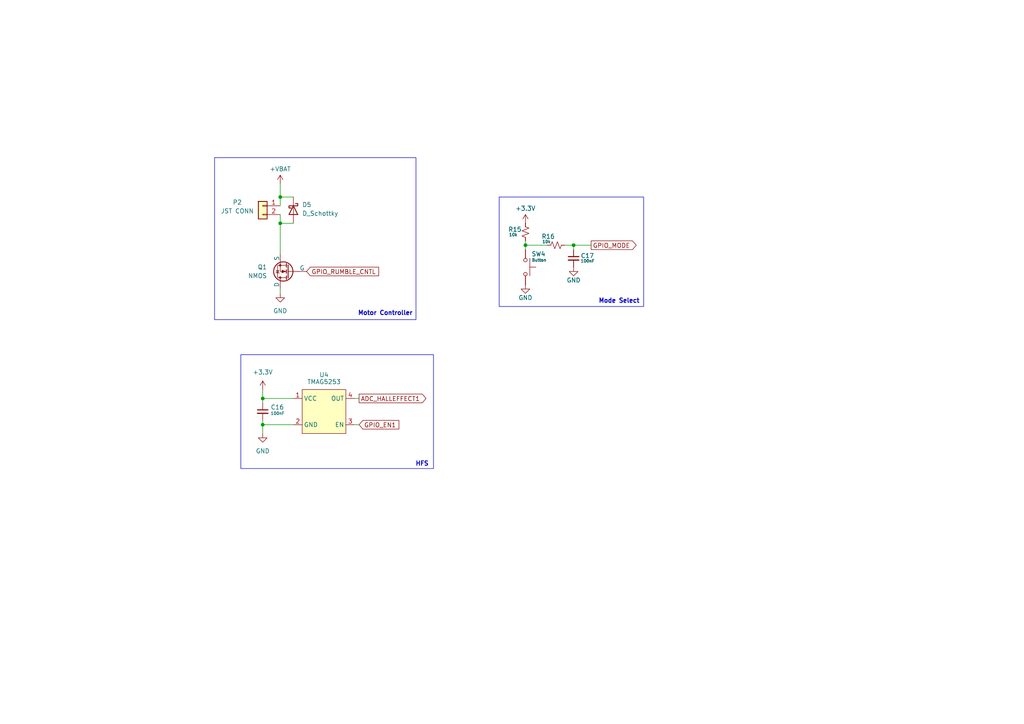
<source format=kicad_sch>
(kicad_sch (version 20231120) (generator "eeschema") (generator_version "8.0")
  (paper "A4")
  (lib_symbols
    (symbol "Connector_Generic:Conn_01x02" (pin_names (offset 1.016) hide)
      (property "Reference" "J" (at 0 2.54 0))
      (property "Value" "Conn_01x02" (at 0 -5.08 0))
      (symbol "Conn_01x02_1_1"
        (rectangle (start -1.27 -2.413) (end 0 -2.667) (stroke (width 0.1524)))
        (rectangle (start -1.27 0.127) (end 0 -0.127) (stroke (width 0.1524)))
        (rectangle (start -1.27 1.27) (end 1.27 -3.81) (stroke (width 0.254)) (fill (type background)))
        (pin passive line (at -5.08 0 0) (length 3.81) (name "Pin_1") (number "1"))
        (pin passive line (at -5.08 -2.54 0) (length 3.81) (name "Pin_2") (number "2"))
      )
    )
    (symbol "Device:C_Small" (pin_numbers hide) (pin_names (offset 0.254) hide)
      (property "Reference" "C" (at 0.254 1.778 0))
      (property "Value" "C_Small" (at 0.254 -2.032 0))
      (symbol "C_Small_0_1"
        (polyline (pts (xy -1.524 -0.508) (xy 1.524 -0.508)) (stroke (width 0.3302)))
        (polyline (pts (xy -1.524 0.508) (xy 1.524 0.508)) (stroke (width 0.3048)))
      )
      (symbol "C_Small_1_1"
        (pin passive line (at 0 2.54 270) (length 2.032) (name "~") (number "1"))
        (pin passive line (at 0 -2.54 90) (length 2.032) (name "~") (number "2"))
      )
    )
    (symbol "Device:D_Schottky" (pin_numbers hide) (pin_names (offset 1.016) hide)
      (property "Reference" "D" (at 0 2.54 0))
      (property "Value" "D_Schottky" (at 0 -2.54 0))
      (symbol "D_Schottky_0_1"
        (polyline (pts (xy 1.27 0) (xy -1.27 0)))
        (polyline (pts (xy 1.27 1.27) (xy 1.27 -1.27) (xy -1.27 0) (xy 1.27 1.27)) (stroke (width 0.254)))
        (polyline (pts (xy -1.905 0.635) (xy -1.905 1.27) (xy -1.27 1.27) (xy -1.27 -1.27) (xy -0.635 -1.27) (xy -0.635 -0.635)) (stroke (width 0.254)))
      )
      (symbol "D_Schottky_1_1"
        (pin passive line (at -3.81 0 0) (length 2.54) (name "K") (number "1"))
        (pin passive line (at 3.81 0 180) (length 2.54) (name "A") (number "2"))
      )
    )
    (symbol "Device:R_Small_US" (pin_numbers hide) (pin_names (offset 0.254) hide)
      (property "Reference" "R" (at 0.762 0.508 0))
      (property "Value" "R_Small_US" (at 0.762 -1.016 0))
      (symbol "R_Small_US_1_1"
        (polyline (pts (xy 0 0) (xy 1.016 -0.381) (xy 0 -0.762) (xy -1.016 -1.143) (xy 0 -1.524)))
        (polyline (pts (xy 0 1.524) (xy 1.016 1.143) (xy 0 0.762) (xy -1.016 0.381) (xy 0 0)))
        (pin passive line (at 0 2.54 270) (length 1.016) (name "~") (number "1"))
        (pin passive line (at 0 -2.54 90) (length 1.016) (name "~") (number "2"))
      )
    )
    (symbol "New_Library_0:TMAG5253_Linear_Hall_Effect_Sensor"
      (property "Reference" "U" (at 0 1.016 0))
      (symbol "TMAG5253_Linear_Hall_Effect_Sensor_0_0"
        (pin passive line (at -8.89 -2.54 0) (length 2.54) (name "VCC") (number "1"))
        (pin passive line (at -8.89 -10.16 0) (length 2.54) (name "GND") (number "2"))
        (pin passive line (at 8.89 -10.16 180) (length 2.54) (name "EN") (number "3"))
        (pin passive line (at 8.89 -2.54 180) (length 2.54) (name "OUT") (number "4"))
      )
      (symbol "TMAG5253_Linear_Hall_Effect_Sensor_1_1"
        (rectangle (start -6.35 0) (end 6.35 -12.7) (fill (type background)))
      )
    )
    (symbol "Simulation_SPICE:NMOS" (pin_numbers hide) (pin_names (offset 0))
      (property "Reference" "Q" (at 5.08 1.27 0))
      (property "Value" "NMOS" (at 5.08 -1.27 0))
      (symbol "NMOS_0_1"
        (polyline (pts (xy 0.254 0) (xy -2.54 0)))
        (polyline (pts (xy 0.254 1.905) (xy 0.254 -1.905)) (stroke (width 0.254)))
        (polyline (pts (xy 0.762 -1.27) (xy 0.762 -2.286)) (stroke (width 0.254)))
        (polyline (pts (xy 0.762 0.508) (xy 0.762 -0.508)) (stroke (width 0.254)))
        (polyline (pts (xy 0.762 2.286) (xy 0.762 1.27)) (stroke (width 0.254)))
        (polyline (pts (xy 2.54 2.54) (xy 2.54 1.778)))
        (polyline (pts (xy 2.54 -2.54) (xy 2.54 0) (xy 0.762 0)))
        (polyline (pts (xy 0.762 -1.778) (xy 3.302 -1.778) (xy 3.302 1.778) (xy 0.762 1.778)))
        (polyline (pts (xy 1.016 0) (xy 2.032 0.381) (xy 2.032 -0.381) (xy 1.016 0)) (fill (type outline)))
        (polyline (pts (xy 2.794 0.508) (xy 2.921 0.381) (xy 3.683 0.381) (xy 3.81 0.254)))
        (polyline (pts (xy 3.302 0.381) (xy 2.921 -0.254) (xy 3.683 -0.254) (xy 3.302 0.381)))
        (circle (center 1.651 0) (radius 2.794) (stroke (width 0.254)))
        (circle (center 2.54 -1.778) (radius 0.254) (fill (type outline)))
        (circle (center 2.54 1.778) (radius 0.254) (fill (type outline)))
      )
      (symbol "NMOS_1_1"
        (pin passive line (at 2.54 5.08 270) (length 2.54) (name "D") (number "1"))
        (pin input line (at -5.08 0 0) (length 2.54) (name "G") (number "2"))
        (pin passive line (at 2.54 -5.08 90) (length 2.54) (name "S") (number "3"))
      )
    )
    (symbol "Switch:SW_Push" (pin_numbers hide) (pin_names (offset 1.016) hide)
      (property "Reference" "SW" (at 1.27 2.54 0))
      (property "Value" "SW_Push" (at 0 -1.524 0))
      (symbol "SW_Push_0_1"
        (circle (center -2.032 0) (radius 0.508))
        (polyline (pts (xy 0 1.27) (xy 0 3.048)))
        (polyline (pts (xy 2.54 1.27) (xy -2.54 1.27)))
        (circle (center 2.032 0) (radius 0.508))
        (pin passive line (at -5.08 0 0) (length 2.54) (name "1") (number "1"))
        (pin passive line (at 5.08 0 180) (length 2.54) (name "2") (number "2"))
      )
    )
    (symbol "power:+3.3V" (power) (pin_numbers hide) (pin_names (offset 0) hide)
      (property "Value" "+3.3V" (at 0 3.556 0))
      (symbol "+3.3V_0_1"
        (polyline (pts (xy -0.762 1.27) (xy 0 2.54)))
        (polyline (pts (xy 0 0) (xy 0 2.54)))
        (polyline (pts (xy 0 2.54) (xy 0.762 1.27)))
      )
      (symbol "+3.3V_1_1"
        (pin power_in line (at 0 0 90) (length 0) (name "~") (number "1"))
      )
    )
    (symbol "power:GND" (power) (pin_numbers hide) (pin_names (offset 0) hide)
      (property "Value" "GND" (at 0 -3.81 0))
      (symbol "GND_0_1"
        (polyline (pts (xy 0 0) (xy 0 -1.27) (xy 1.27 -1.27) (xy 0 -2.54) (xy -1.27 -1.27) (xy 0 -1.27)))
      )
      (symbol "GND_1_1"
        (pin power_in line (at 0 0 270) (length 0) (name "~") (number "1"))
      )
    )
  )
  (junction (at 166.37 71.12))
  (junction (at 76.2 123.19))
  (junction (at 81.28 64.77))
  (junction (at 76.2 115.57))
  (junction (at 81.28 57.15))
  (junction (at 152.4 71.12))
  (wire (pts (xy 152.4 71.12) (xy 158.75 71.12)))
  (wire (pts (xy 152.4 72.39) (xy 152.4 71.12)))
  (wire (pts (xy 163.83 71.12) (xy 166.37 71.12)))
  (wire (pts (xy 166.37 72.39) (xy 166.37 71.12)))
  (wire (pts (xy 76.2 121.92) (xy 76.2 123.19)))
  (wire (pts (xy 81.28 57.15) (xy 81.28 59.69)))
  (wire (pts (xy 76.2 115.57) (xy 85.09 115.57)))
  (wire (pts (xy 81.28 85.09) (xy 81.28 83.82)))
  (wire (pts (xy 171.45 71.12) (xy 166.37 71.12)))
  (wire (pts (xy 81.28 64.77) (xy 81.28 73.66)))
  (wire (pts (xy 81.28 62.23) (xy 81.28 64.77)))
  (wire (pts (xy 152.4 69.85) (xy 152.4 71.12)))
  (wire (pts (xy 76.2 123.19) (xy 76.2 125.73)))
  (wire (pts (xy 76.2 113.03) (xy 76.2 115.57)))
  (wire (pts (xy 104.14 115.57) (xy 102.87 115.57)))
  (wire (pts (xy 85.09 123.19) (xy 76.2 123.19)))
  (wire (pts (xy 81.28 53.34) (xy 81.28 57.15)))
  (wire (pts (xy 76.2 116.84) (xy 76.2 115.57)))
  (wire (pts (xy 81.28 57.15) (xy 85.09 57.15)))
  (wire (pts (xy 104.14 123.19) (xy 102.87 123.19)))
  (wire (pts (xy 81.28 64.77) (xy 85.09 64.77)))
  (rectangle (start 69.85 102.87) (end 125.73 135.89))
  (rectangle (start 144.78 57.15) (end 186.69 88.9))
  (rectangle (start 62.23 45.72) (end 120.65 92.71))
  (text "HFS" (at 122.428 134.62 0) (effects (font (size 1.27 1.27) (thickness 0.254) (bold yes))))
  (text "Motor Controller" (at 111.76 90.932 0) (effects (font (size 1.27 1.27) (thickness 0.254) (bold yes))))
  (text "Mode Select" (at 179.578 87.376 0) (effects (font (size 1.27 1.27) (thickness 0.254) (bold yes))))
  (global_label "GPIO_RUMBLE_CNTL" (shape input) (at 88.9 78.74 0) (property "Intersheetrefs" "${INTERSHEET_REFS}" (effects (hide yes))))
  (global_label "ADC_HALLEFFECT1" (shape output) (at 104.14 115.57 0) (property "Intersheetrefs" "${INTERSHEET_REFS}" (effects (hide yes))))
  (global_label "GPIO_EN1" (shape input) (at 104.14 123.19 0) (property "Intersheetrefs" "${INTERSHEET_REFS}" (effects (hide yes))))
  (global_label "GPIO_MODE" (shape output) (at 171.45 71.12 0) (property "Intersheetrefs" "${INTERSHEET_REFS}" (effects (hide yes))))
  (symbol (lib_id "Device:R_Small_US") (at 152.4 67.31 0) (unit 1)
    (property "Reference" "R15" (at 149.352 66.548 0))
    (property "Value" "10k" (at 148.844 68.072 0) (effects (font (size 0.8467 0.8467))))
    (property "Footprint" "Resistor_SMD:R_0402_1005Metric" (effects (hide yes)))
    (property "Datasheet" "https://www.lcsc.com/datasheet/lcsc_datasheet_2304140030_YAGEO-RT0402BRD0710KL_C190095.pdf" (effects (hide yes)))
    (property "Description" "Resistor, small US symbol" (effects (hide yes)))
    (property "LCSC#" "C190095" (effects (hide yes)))
  )
  (symbol (lib_id "power:GND") (at 166.37 77.47 0) (unit 1)
    (property "Reference" "#PWR049" (effects (hide yes)))
    (property "Value" "GND" (at 166.37 81.28 0))
    (property "Description" "Power symbol creates a global label with name \"GND\" , ground" (effects (hide yes)))
  )
  (symbol (lib_id "power:+3.3V") (at 81.28 53.34 0) (unit 1)
    (property "Reference" "#PWR045" (effects (hide yes)))
    (property "Value" "+VBAT" (at 81.28 49.022 0))
    (property "Description" "Power symbol creates a global label with name \"+3.3V\"" (effects (hide yes)))
  )
  (symbol (lib_id "Device:C_Small") (at 76.2 119.38 0) (unit 1)
    (property "Reference" "C16" (at 78.486 118.11 0) (effects (justify left)))
    (property "Value" "100nF" (at 78.486 119.888 0) (effects (font (size 0.8467 0.8467)) (justify left)))
    (property "Footprint" "Capacitor_SMD:C_0402_1005Metric" (effects (hide yes)))
    (property "Datasheet" "https://www.lcsc.com/datasheet/lcsc_datasheet_2405231405_HRE-CGA0402X7R104K6R3GT_C22435938.pdf" (effects (hide yes)))
    (property "Description" "Unpolarized capacitor, small symbol" (effects (hide yes)))
    (property "LCSC#" "C22435938" (effects (hide yes)))
  )
  (symbol (lib_id "power:GND") (at 152.4 82.55 0) (unit 1)
    (property "Reference" "#PWR048" (effects (hide yes)))
    (property "Value" "GND" (at 152.4 86.36 0))
    (property "Description" "Power symbol creates a global label with name \"GND\" , ground" (effects (hide yes)))
  )
  (symbol (lib_id "Switch:SW_Push") (at 152.4 77.47 270) (unit 1)
    (property "Reference" "SW4" (at 158.242 73.66 90) (effects (justify right)))
    (property "Value" "Button" (at 158.496 75.438 90) (effects (font (size 0.8467 0.8467)) (justify right)))
    (property "Footprint" "footprints:SW-SMD_L3.9-W3.0-P4.45" (effects (hide yes)))
    (property "Datasheet" "https://www.lcsc.com/datasheet/lcsc_datasheet_2409302330_XUNPU-TS-1088-AR02016_C720477.pdf" (effects (hide yes)))
    (property "Description" "Push button switch, generic, two pins" (effects (hide yes)))
    (property "LCSC#" "C720477" (effects (hide yes)))
  )
  (symbol (lib_id "Connector_Generic:Conn_01x02") (at 76.2 59.69 0) (mirror y) (unit 1)
    (property "Reference" "P2" (at 68.834 58.674 0))
    (property "Value" "JST CONN" (at 68.834 61.214 0))
    (property "Footprint" "Library:CONN02_502352_MOL" (effects (hide yes)))
    (property "Description" "Generic connector, single row, 01x02, script generated (kicad-library-utils/schlib/autogen/connector/)" (effects (hide yes)))
  )
  (symbol (lib_id "New_Library_0:TMAG5253_Linear_Hall_Effect_Sensor") (at 93.98 113.03 0) (unit 1)
    (property "Reference" "U4" (at 93.98 108.712 0))
    (property "Value" "TMAG5253" (at 93.98 110.744 0))
    (property "Footprint" "footprints:X2SON4_DMR_TEX" (effects (hide yes)))
    (property "Datasheet" "https://www.ti.com/lit/ds/symlink/tmag5253.pdf?ts=1738012764770&ref_url=https%253A%252F%252Fwww.ti.com%252Fproduct%252FTMAG5253" (effects (hide yes)))
    (property "Description" "Linear Hall Effect Sensor" (effects (hide yes)))
    (property "LCSC#" "C22445458" (effects (hide yes)))
  )
  (symbol (lib_id "power:+3.3V") (at 152.4 64.77 0) (unit 1)
    (property "Reference" "#PWR047" (effects (hide yes)))
    (property "Value" "+3.3V" (at 152.4 60.452 0))
    (property "Description" "Power symbol creates a global label with name \"+3.3V\"" (effects (hide yes)))
  )
  (symbol (lib_id "Device:R_Small_US") (at 161.29 71.12 90) (unit 1)
    (property "Reference" "R16" (at 159.004 68.58 90))
    (property "Value" "10k" (at 158.496 70.104 90) (effects (font (size 0.8467 0.8467))))
    (property "Footprint" "Resistor_SMD:R_0402_1005Metric" (effects (hide yes)))
    (property "Datasheet" "https://www.lcsc.com/datasheet/lcsc_datasheet_2304140030_YAGEO-RT0402BRD0710KL_C190095.pdf" (effects (hide yes)))
    (property "Description" "Resistor, small US symbol" (effects (hide yes)))
    (property "LCSC#" "C190095" (effects (hide yes)))
  )
  (symbol (lib_id "Device:D_Schottky") (at 85.09 60.96 270) (unit 1)
    (property "Reference" "D5" (at 87.63 59.3724 90) (effects (justify left)))
    (property "Value" "D_Schottky" (at 87.63 61.9124 90) (effects (justify left)))
    (property "Footprint" "Diode_SMD:D_SOD-123" (effects (hide yes)))
    (property "Datasheet" "https://www.lcsc.com/datasheet/lcsc_datasheet_2411011349_PIELENST-1N5819W-L_C41376455.pdf" (effects (hide yes)))
    (property "Description" "Schottky diode" (effects (hide yes)))
    (property "LCSC#" "C41376455" (effects (hide yes)))
  )
  (symbol (lib_id "power:GND") (at 76.2 125.73 0) (unit 1)
    (property "Reference" "#PWR044" (effects (hide yes)))
    (property "Value" "GND" (at 76.2 130.81 0))
    (property "Description" "Power symbol creates a global label with name \"GND\" , ground" (effects (hide yes)))
  )
  (symbol (lib_id "Device:C_Small") (at 166.37 74.93 0) (unit 1)
    (property "Reference" "C17" (at 168.402 74.168 0) (effects (justify left)))
    (property "Value" "100nF" (at 168.402 75.692 0) (effects (font (size 0.8467 0.8467)) (justify left)))
    (property "Footprint" "Capacitor_SMD:C_0402_1005Metric" (effects (hide yes)))
    (property "Datasheet" "https://www.lcsc.com/datasheet/lcsc_datasheet_2405231405_HRE-CGA0402X7R104K6R3GT_C22435938.pdf" (effects (hide yes)))
    (property "Description" "Unpolarized capacitor, small symbol" (effects (hide yes)))
    (property "LCSC#" "C22435938" (effects (hide yes)))
  )
  (symbol (lib_id "Simulation_SPICE:NMOS") (at 83.82 78.74 180) (unit 1)
    (property "Reference" "Q1" (at 77.47 77.4699 0) (effects (justify left)))
    (property "Value" "NMOS" (at 77.47 80.0099 0) (effects (justify left)))
    (property "Footprint" "Package_TO_SOT_SMD:SOT-23" (effects (hide yes)))
    (property "Datasheet" "https://www.lcsc.com/datasheet/lcsc_datasheet_1912111437_Diodes-Incorporated-DMN3023L-7_C443825.pdf" (effects (hide yes)))
    (property "Description" "N-MOSFET transistor, drain/source/gate" (effects (hide yes)))
    (property "Sim.Device" "NMOS" (effects (hide yes)))
    (property "Sim.Type" "VDMOS" (effects (hide yes)))
    (property "Sim.Pins" "1=D 2=G 3=S" (effects (hide yes)))
    (property "LCSC#" "C443825" (effects (hide yes)))
  )
  (symbol (lib_id "power:GND") (at 81.28 85.09 0) (unit 1)
    (property "Reference" "#PWR046" (effects (hide yes)))
    (property "Value" "GND" (at 81.28 90.17 0))
    (property "Description" "Power symbol creates a global label with name \"GND\" , ground" (effects (hide yes)))
  )
  (symbol (lib_id "power:+3.3V") (at 76.2 113.03 0) (unit 1)
    (property "Reference" "#PWR043" (effects (hide yes)))
    (property "Value" "+3.3V" (at 76.2 107.95 0))
    (property "Description" "Power symbol creates a global label with name \"+3.3V\"" (effects (hide yes)))
  )
)
</source>
